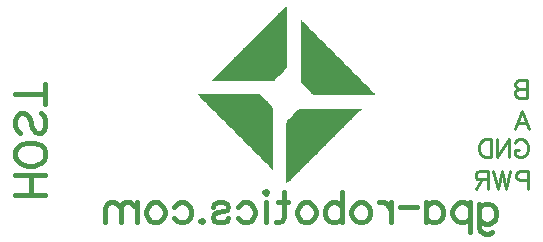
<source format=gbo>
G04 DipTrace 2.4.0.2*
%INBottomSilk.gbr*%
%MOIN*%
%ADD12C,0.003*%
%ADD33C,0.0154*%
%ADD81C,0.0093*%
%FSLAX44Y44*%
G04*
G70*
G90*
G75*
G01*
%LNBotSilk*%
%LPD*%
X13395Y13356D2*
D12*
D3*
X13355Y13326D2*
X13395D1*
X13320Y13296D2*
X13395D1*
X13287Y13266D2*
X13395D1*
X13256Y13236D2*
X13395D1*
X13226Y13206D2*
X13395D1*
X13196Y13176D2*
X13395D1*
X13166Y13146D2*
X13395D1*
X13136Y13117D2*
X13395D1*
X13105Y13087D2*
X13395D1*
X13073Y13057D2*
X13395D1*
X13043Y13027D2*
X13395D1*
X13015Y12997D2*
X13395D1*
X12986Y12967D2*
X13395D1*
X12956Y12937D2*
X13395D1*
X12927Y12907D2*
X13395D1*
X13874D2*
D3*
X12897Y12877D2*
X13395D1*
X13874D2*
D3*
X12866Y12847D2*
X13395D1*
X13874D2*
X13934D1*
X12837Y12817D2*
X13395D1*
X13874D2*
X13958D1*
X12807Y12787D2*
X13395D1*
X13874D2*
X13986D1*
X12777Y12757D2*
X13395D1*
X13874D2*
X14015D1*
X12747Y12728D2*
X13395D1*
X13874D2*
X14044D1*
X12717Y12698D2*
X13395D1*
X13874D2*
X14073D1*
X12687Y12668D2*
X13395D1*
X13874D2*
X14104D1*
X12658Y12638D2*
X13395D1*
X13874D2*
X14133D1*
X12627Y12608D2*
X13395D1*
X13874D2*
X14163D1*
X12597Y12578D2*
X13395D1*
X13874D2*
X14194D1*
X12568Y12548D2*
X13395D1*
X13874D2*
X14223D1*
X12538Y12518D2*
X13395D1*
X13874D2*
X14253D1*
X12507Y12488D2*
X13395D1*
X13874D2*
X14283D1*
X12478Y12458D2*
X13395D1*
X13874D2*
X14313D1*
X12448Y12428D2*
X13395D1*
X13874D2*
X14343D1*
X12417Y12398D2*
X13395D1*
X13874D2*
X14373D1*
X12388Y12369D2*
X13395D1*
X13874D2*
X14402D1*
X12357Y12339D2*
X13395D1*
X13874D2*
X14433D1*
X12325Y12309D2*
X13395D1*
X13874D2*
X14466D1*
X12295Y12279D2*
X13395D1*
X13874D2*
X14496D1*
X12267Y12249D2*
X13395D1*
X13874D2*
X14524D1*
X12238Y12219D2*
X13395D1*
X13874D2*
X14553D1*
X12208Y12189D2*
X13395D1*
X13874D2*
X14583D1*
X12179Y12159D2*
X13395D1*
X13874D2*
X14612D1*
X12149Y12129D2*
X13395D1*
X13874D2*
X14642D1*
X12118Y12099D2*
X13395D1*
X13874D2*
X14672D1*
X12089Y12069D2*
X13395D1*
X13874D2*
X14702D1*
X12059Y12039D2*
X13395D1*
X13874D2*
X14732D1*
X12028Y12009D2*
X13395D1*
X13874D2*
X14762D1*
X11999Y11980D2*
X13395D1*
X13874D2*
X14791D1*
X11969Y11950D2*
X13395D1*
X13874D2*
X14821D1*
X11939Y11920D2*
X13395D1*
X13874D2*
X14852D1*
X11909Y11890D2*
X13395D1*
X13874D2*
X14881D1*
X11879Y11860D2*
X13395D1*
X13874D2*
X14911D1*
X11849Y11830D2*
X13395D1*
X13874D2*
X14942D1*
X11820Y11800D2*
X13395D1*
X13874D2*
X14971D1*
X11790Y11770D2*
X13395D1*
X13874D2*
X15001D1*
X11759Y11740D2*
X13395D1*
X13874D2*
X15031D1*
X11730Y11710D2*
X13395D1*
X13874D2*
X15061D1*
X11700Y11680D2*
X13395D1*
X13874D2*
X15091D1*
X11669Y11650D2*
X13395D1*
X13874D2*
X15121D1*
X11640Y11620D2*
X13395D1*
X13874D2*
X15150D1*
X11609Y11591D2*
X13395D1*
X13874D2*
X15181D1*
X11577Y11561D2*
X13395D1*
X13874D2*
X15214D1*
X11547Y11531D2*
X13395D1*
X13874D2*
X15244D1*
X11519Y11501D2*
X13395D1*
X13874D2*
X15272D1*
X11490Y11471D2*
X13395D1*
X13874D2*
X15301D1*
X11460Y11441D2*
X13395D1*
X13874D2*
X15331D1*
X11431Y11411D2*
X13395D1*
X13874D2*
X15360D1*
X11401Y11381D2*
X13393D1*
X13874D2*
X15390D1*
X11370Y11351D2*
X13388D1*
X13874D2*
X15420D1*
X11341Y11321D2*
X13370D1*
X13874D2*
X15450D1*
X11311Y11291D2*
X13350D1*
X13874D2*
X15480D1*
X11280Y11261D2*
X13327D1*
X13874D2*
X15510D1*
X11251Y11231D2*
X13301D1*
X13874D2*
X15539D1*
X11221Y11202D2*
X13274D1*
X13874D2*
X15569D1*
X11191Y11172D2*
X13245D1*
X13874D2*
X15600D1*
X11161Y11142D2*
X13215D1*
X13874D2*
X15629D1*
X11131Y11112D2*
X13186D1*
X13874D2*
X15659D1*
X11101Y11082D2*
X13156D1*
X13874D2*
X15690D1*
X11072Y11052D2*
X13125D1*
X13874D2*
X15719D1*
X11042Y11022D2*
X13092D1*
X13874D2*
X15749D1*
X11011Y10992D2*
X13059D1*
X13874D2*
X15779D1*
X10981Y10962D2*
X13029D1*
X13874D2*
X15809D1*
X10948Y10932D2*
X13002D1*
X13874D2*
X15839D1*
X10912Y10902D2*
X12976D1*
X13875D2*
X15869D1*
X13879Y10872D2*
X15899D1*
X13896Y10843D2*
X15929D1*
X13919Y10813D2*
X15962D1*
X13945Y10783D2*
X15992D1*
X13970Y10753D2*
X16020D1*
X13997Y10723D2*
X16049D1*
X14025Y10693D2*
X16079D1*
X14054Y10663D2*
X16108D1*
X14084Y10633D2*
X16138D1*
X14113Y10603D2*
X16168D1*
X14143Y10573D2*
X16198D1*
X14173Y10543D2*
X16228D1*
X14203Y10513D2*
X16257D1*
X14233Y10483D2*
X16282D1*
X14263Y10454D2*
X16305D1*
X10463Y10424D2*
X12498D1*
X14293D2*
X16328D1*
X10484Y10394D2*
X12528D1*
X10508Y10364D2*
X12557D1*
X10535Y10334D2*
X12587D1*
X10564Y10304D2*
X12617D1*
X10593Y10274D2*
X12647D1*
X10623Y10244D2*
X12677D1*
X10653Y10214D2*
X12707D1*
X10682Y10184D2*
X12737D1*
X10713Y10154D2*
X12766D1*
X10741Y10124D2*
X12793D1*
X10769Y10094D2*
X12819D1*
X10799Y10065D2*
X12848D1*
X10831Y10035D2*
X12875D1*
X10861Y10005D2*
X12895D1*
X10891Y9975D2*
X12907D1*
X10922Y9945D2*
X12913D1*
X13814D2*
X15879D1*
X10952Y9915D2*
X12915D1*
X13790D2*
X15844D1*
X10981Y9885D2*
X12916D1*
X13761D2*
X15812D1*
X11012Y9855D2*
X12916D1*
X13729D2*
X15780D1*
X11042Y9825D2*
X12916D1*
X13697D2*
X15749D1*
X11071Y9795D2*
X12917D1*
X13666D2*
X15720D1*
X11102Y9765D2*
X12917D1*
X13635D2*
X15689D1*
X11131Y9735D2*
X12917D1*
X13605D2*
X15659D1*
X11161Y9706D2*
X12917D1*
X13575D2*
X15630D1*
X11191Y9676D2*
X12917D1*
X13545D2*
X15599D1*
X11221Y9646D2*
X12917D1*
X13515D2*
X15569D1*
X11251Y9616D2*
X12917D1*
X13485D2*
X15540D1*
X11281Y9586D2*
X12917D1*
X13456D2*
X15509D1*
X11311Y9556D2*
X12917D1*
X13431D2*
X15480D1*
X11340Y9526D2*
X12917D1*
X13414D2*
X15450D1*
X11371Y9496D2*
X12917D1*
X13404D2*
X15420D1*
X11401Y9466D2*
X12917D1*
X13399D2*
X15390D1*
X11430Y9436D2*
X12917D1*
X13397D2*
X15360D1*
X11461Y9406D2*
X12917D1*
X13396D2*
X15330D1*
X11489Y9376D2*
X12917D1*
X13395D2*
X15301D1*
X11517Y9346D2*
X12917D1*
X13395D2*
X15273D1*
X11547Y9317D2*
X12917D1*
X13395D2*
X15244D1*
X11579Y9287D2*
X12917D1*
X13395D2*
X15212D1*
X11609Y9257D2*
X12917D1*
X13395D2*
X15181D1*
X11639Y9227D2*
X12917D1*
X13395D2*
X15151D1*
X11670Y9197D2*
X12917D1*
X13395D2*
X15121D1*
X11700Y9167D2*
X12917D1*
X13395D2*
X15091D1*
X11729Y9137D2*
X12917D1*
X13395D2*
X15061D1*
X11760Y9107D2*
X12917D1*
X13395D2*
X15031D1*
X11790Y9077D2*
X12917D1*
X13395D2*
X15001D1*
X11819Y9047D2*
X12917D1*
X13395D2*
X14972D1*
X11850Y9017D2*
X12917D1*
X13395D2*
X14941D1*
X11879Y8987D2*
X12917D1*
X13395D2*
X14911D1*
X11909Y8957D2*
X12917D1*
X13395D2*
X14882D1*
X11939Y8928D2*
X12917D1*
X13395D2*
X14851D1*
X11969Y8898D2*
X12917D1*
X13395D2*
X14821D1*
X11999Y8868D2*
X12917D1*
X13395D2*
X14792D1*
X12029Y8838D2*
X12917D1*
X13395D2*
X14761D1*
X12059Y8808D2*
X12917D1*
X13395D2*
X14732D1*
X12088Y8778D2*
X12917D1*
X13395D2*
X14702D1*
X12119Y8748D2*
X12917D1*
X13395D2*
X14672D1*
X12149Y8718D2*
X12917D1*
X13395D2*
X14642D1*
X12178Y8688D2*
X12917D1*
X13395D2*
X14612D1*
X12209Y8658D2*
X12917D1*
X13395D2*
X14582D1*
X12237Y8628D2*
X12917D1*
X13395D2*
X14553D1*
X12265Y8598D2*
X12917D1*
X13395D2*
X14525D1*
X12295Y8569D2*
X12917D1*
X13395D2*
X14496D1*
X12327Y8539D2*
X12917D1*
X13395D2*
X14464D1*
X12357Y8509D2*
X12917D1*
X13395D2*
X14433D1*
X12387Y8479D2*
X12917D1*
X13395D2*
X14403D1*
X12418Y8449D2*
X12917D1*
X13395D2*
X14373D1*
X12448Y8419D2*
X12917D1*
X13395D2*
X14343D1*
X12477Y8389D2*
X12917D1*
X13395D2*
X14313D1*
X12508Y8359D2*
X12917D1*
X13395D2*
X14283D1*
X12538Y8329D2*
X12917D1*
X13395D2*
X14253D1*
X12567Y8299D2*
X12917D1*
X13395D2*
X14223D1*
X12598Y8269D2*
X12917D1*
X13395D2*
X14193D1*
X12627Y8239D2*
X12917D1*
X13395D2*
X14163D1*
X12657Y8209D2*
X12917D1*
X13395D2*
X14134D1*
X12687Y8180D2*
X12917D1*
X13395D2*
X14103D1*
X12717Y8150D2*
X12917D1*
X13395D2*
X14073D1*
X12747Y8120D2*
X12917D1*
X13395D2*
X14044D1*
X12777Y8090D2*
X12917D1*
X13395D2*
X14013D1*
X12807Y8060D2*
X12917D1*
X13395D2*
X13984D1*
X12836Y8030D2*
X12917D1*
X13395D2*
X13954D1*
X12866Y8000D2*
X12917D1*
X13395D2*
X13924D1*
X12893Y7970D2*
X12917D1*
X13395D2*
X13894D1*
X12917Y7940D2*
D3*
X13395D2*
X13864D1*
X13395Y7910D2*
X13834D1*
X13395Y7880D2*
X13805D1*
X13395Y7850D2*
X13777D1*
X13395Y7820D2*
X13748D1*
X13395Y7791D2*
X13716D1*
X13395Y7761D2*
X13685D1*
X13395Y7731D2*
X13655D1*
X13395Y7701D2*
X13625D1*
X13395Y7671D2*
X13595D1*
X13395Y7641D2*
X13565D1*
X13395Y7611D2*
X13535D1*
X13395Y7581D2*
X13505D1*
X13395Y7551D2*
X13473D1*
X13395Y7521D2*
X13436D1*
X13395Y7491D2*
D3*
Y13356D2*
X13355Y13326D1*
X13320Y13296D1*
X13287Y13266D1*
X13256Y13236D1*
X13226Y13206D1*
X13196Y13176D1*
X13166Y13146D1*
X13136Y13117D1*
X13105Y13087D1*
X13073Y13057D1*
X13043Y13027D1*
X13015Y12997D1*
X12986Y12967D1*
X12956Y12937D1*
X12927Y12907D1*
X12897Y12877D1*
X12866Y12847D1*
X12837Y12817D1*
X12807Y12787D1*
X12777Y12757D1*
X12747Y12728D1*
X12717Y12698D1*
X12687Y12668D1*
X12658Y12638D1*
X12627Y12608D1*
X12597Y12578D1*
X12568Y12548D1*
X12538Y12518D1*
X12507Y12488D1*
X12478Y12458D1*
X12448Y12428D1*
X12417Y12398D1*
X12388Y12369D1*
X12357Y12339D1*
X12325Y12309D1*
X12295Y12279D1*
X12267Y12249D1*
X12238Y12219D1*
X12208Y12189D1*
X12179Y12159D1*
X12149Y12129D1*
X12118Y12099D1*
X12089Y12069D1*
X12059Y12039D1*
X12028Y12009D1*
X11999Y11980D1*
X11969Y11950D1*
X11939Y11920D1*
X11909Y11890D1*
X11879Y11860D1*
X11849Y11830D1*
X11820Y11800D1*
X11790Y11770D1*
X11759Y11740D1*
X11730Y11710D1*
X11700Y11680D1*
X11669Y11650D1*
X11640Y11620D1*
X11609Y11591D1*
X11577Y11561D1*
X11547Y11531D1*
X11519Y11501D1*
X11490Y11471D1*
X11460Y11441D1*
X11431Y11411D1*
X11401Y11381D1*
X11370Y11351D1*
X11341Y11321D1*
X11311Y11291D1*
X11280Y11261D1*
X11251Y11231D1*
X11221Y11202D1*
X11191Y11172D1*
X11161Y11142D1*
X11131Y11112D1*
X11101Y11082D1*
X11072Y11052D1*
X11042Y11022D1*
X11011Y10992D1*
X10981Y10962D1*
X10948Y10932D1*
X10912Y10902D1*
X13395Y13326D2*
Y13296D1*
Y13266D1*
Y13236D1*
Y13206D1*
Y13176D1*
Y13146D1*
Y13117D1*
Y13087D1*
Y13057D1*
Y13027D1*
Y12997D1*
Y12967D1*
Y12937D1*
Y12907D1*
Y12877D1*
Y12847D1*
Y12817D1*
Y12787D1*
Y12757D1*
Y12728D1*
Y12698D1*
Y12668D1*
Y12638D1*
Y12608D1*
Y12578D1*
Y12548D1*
Y12518D1*
Y12488D1*
Y12458D1*
Y12428D1*
Y12398D1*
Y12369D1*
Y12339D1*
Y12309D1*
Y12279D1*
Y12249D1*
Y12219D1*
Y12189D1*
Y12159D1*
Y12129D1*
Y12099D1*
Y12069D1*
Y12039D1*
Y12009D1*
Y11980D1*
Y11950D1*
Y11920D1*
Y11890D1*
Y11860D1*
Y11830D1*
Y11800D1*
Y11770D1*
Y11740D1*
Y11710D1*
Y11680D1*
Y11650D1*
Y11620D1*
Y11591D1*
Y11561D1*
Y11531D1*
Y11501D1*
Y11471D1*
Y11441D1*
Y11411D1*
X13393Y11381D1*
X13388Y11351D1*
X13370Y11321D1*
X13350Y11291D1*
X13327Y11261D1*
X13301Y11231D1*
X13274Y11202D1*
X13245Y11172D1*
X13215Y11142D1*
X13186Y11112D1*
X13156Y11082D1*
X13125Y11052D1*
X13092Y11022D1*
X13059Y10992D1*
X13029Y10962D1*
X13002Y10932D1*
X12976Y10902D1*
X13874Y12907D2*
Y12877D1*
Y12847D1*
Y12817D1*
Y12787D1*
Y12757D1*
Y12728D1*
Y12698D1*
Y12668D1*
Y12638D1*
Y12608D1*
Y12578D1*
Y12548D1*
Y12518D1*
Y12488D1*
Y12458D1*
Y12428D1*
Y12398D1*
Y12369D1*
Y12339D1*
Y12309D1*
Y12279D1*
Y12249D1*
Y12219D1*
Y12189D1*
Y12159D1*
Y12129D1*
Y12099D1*
Y12069D1*
Y12039D1*
Y12009D1*
Y11980D1*
Y11950D1*
Y11920D1*
Y11890D1*
Y11860D1*
Y11830D1*
Y11800D1*
Y11770D1*
Y11740D1*
Y11710D1*
Y11680D1*
Y11650D1*
Y11620D1*
Y11591D1*
Y11561D1*
Y11531D1*
Y11501D1*
Y11471D1*
Y11441D1*
Y11411D1*
Y11381D1*
Y11351D1*
Y11321D1*
Y11291D1*
Y11261D1*
Y11231D1*
Y11202D1*
Y11172D1*
Y11142D1*
Y11112D1*
Y11082D1*
Y11052D1*
Y11022D1*
Y10992D1*
Y10962D1*
Y10932D1*
X13875Y10902D1*
X13879Y10872D1*
X13896Y10843D1*
X13919Y10813D1*
X13945Y10783D1*
X13970Y10753D1*
X13997Y10723D1*
X14025Y10693D1*
X14054Y10663D1*
X14084Y10633D1*
X14113Y10603D1*
X14143Y10573D1*
X14173Y10543D1*
X14203Y10513D1*
X14233Y10483D1*
X14263Y10454D1*
X14293Y10424D1*
X13934Y12847D2*
X13958Y12817D1*
X13986Y12787D1*
X14015Y12757D1*
X14044Y12728D1*
X14073Y12698D1*
X14104Y12668D1*
X14133Y12638D1*
X14163Y12608D1*
X14194Y12578D1*
X14223Y12548D1*
X14253Y12518D1*
X14283Y12488D1*
X14313Y12458D1*
X14343Y12428D1*
X14373Y12398D1*
X14402Y12369D1*
X14433Y12339D1*
X14466Y12309D1*
X14496Y12279D1*
X14524Y12249D1*
X14553Y12219D1*
X14583Y12189D1*
X14612Y12159D1*
X14642Y12129D1*
X14672Y12099D1*
X14702Y12069D1*
X14732Y12039D1*
X14762Y12009D1*
X14791Y11980D1*
X14821Y11950D1*
X14852Y11920D1*
X14881Y11890D1*
X14911Y11860D1*
X14942Y11830D1*
X14971Y11800D1*
X15001Y11770D1*
X15031Y11740D1*
X15061Y11710D1*
X15091Y11680D1*
X15121Y11650D1*
X15150Y11620D1*
X15181Y11591D1*
X15214Y11561D1*
X15244Y11531D1*
X15272Y11501D1*
X15301Y11471D1*
X15331Y11441D1*
X15360Y11411D1*
X15390Y11381D1*
X15420Y11351D1*
X15450Y11321D1*
X15480Y11291D1*
X15510Y11261D1*
X15539Y11231D1*
X15569Y11202D1*
X15600Y11172D1*
X15629Y11142D1*
X15659Y11112D1*
X15690Y11082D1*
X15719Y11052D1*
X15749Y11022D1*
X15779Y10992D1*
X15809Y10962D1*
X15839Y10932D1*
X15869Y10902D1*
X15899Y10872D1*
X15929Y10843D1*
X15962Y10813D1*
X15992Y10783D1*
X16020Y10753D1*
X16049Y10723D1*
X16079Y10693D1*
X16108Y10663D1*
X16138Y10633D1*
X16168Y10603D1*
X16198Y10573D1*
X16228Y10543D1*
X16257Y10513D1*
X16282Y10483D1*
X16305Y10454D1*
X16328Y10424D1*
X10463D2*
X10484Y10394D1*
X10508Y10364D1*
X10535Y10334D1*
X10564Y10304D1*
X10593Y10274D1*
X10623Y10244D1*
X10653Y10214D1*
X10682Y10184D1*
X10713Y10154D1*
X10741Y10124D1*
X10769Y10094D1*
X10799Y10065D1*
X10831Y10035D1*
X10861Y10005D1*
X10891Y9975D1*
X10922Y9945D1*
X10952Y9915D1*
X10981Y9885D1*
X11012Y9855D1*
X11042Y9825D1*
X11071Y9795D1*
X11102Y9765D1*
X11131Y9735D1*
X11161Y9706D1*
X11191Y9676D1*
X11221Y9646D1*
X11251Y9616D1*
X11281Y9586D1*
X11311Y9556D1*
X11340Y9526D1*
X11371Y9496D1*
X11401Y9466D1*
X11430Y9436D1*
X11461Y9406D1*
X11489Y9376D1*
X11517Y9346D1*
X11547Y9317D1*
X11579Y9287D1*
X11609Y9257D1*
X11639Y9227D1*
X11670Y9197D1*
X11700Y9167D1*
X11729Y9137D1*
X11760Y9107D1*
X11790Y9077D1*
X11819Y9047D1*
X11850Y9017D1*
X11879Y8987D1*
X11909Y8957D1*
X11939Y8928D1*
X11969Y8898D1*
X11999Y8868D1*
X12029Y8838D1*
X12059Y8808D1*
X12088Y8778D1*
X12119Y8748D1*
X12149Y8718D1*
X12178Y8688D1*
X12209Y8658D1*
X12237Y8628D1*
X12265Y8598D1*
X12295Y8569D1*
X12327Y8539D1*
X12357Y8509D1*
X12387Y8479D1*
X12418Y8449D1*
X12448Y8419D1*
X12477Y8389D1*
X12508Y8359D1*
X12538Y8329D1*
X12567Y8299D1*
X12598Y8269D1*
X12627Y8239D1*
X12657Y8209D1*
X12687Y8180D1*
X12717Y8150D1*
X12747Y8120D1*
X12777Y8090D1*
X12807Y8060D1*
X12836Y8030D1*
X12866Y8000D1*
X12893Y7970D1*
X12917Y7940D1*
X12498Y10424D2*
X12528Y10394D1*
X12557Y10364D1*
X12587Y10334D1*
X12617Y10304D1*
X12647Y10274D1*
X12677Y10244D1*
X12707Y10214D1*
X12737Y10184D1*
X12766Y10154D1*
X12793Y10124D1*
X12819Y10094D1*
X12848Y10065D1*
X12875Y10035D1*
X12895Y10005D1*
X12907Y9975D1*
X12913Y9945D1*
X12915Y9915D1*
X12916Y9885D1*
Y9855D1*
Y9825D1*
X12917Y9795D1*
Y9765D1*
Y9735D1*
Y9706D1*
Y9676D1*
Y9646D1*
Y9616D1*
Y9586D1*
Y9556D1*
Y9526D1*
Y9496D1*
Y9466D1*
Y9436D1*
Y9406D1*
Y9376D1*
Y9346D1*
Y9317D1*
Y9287D1*
Y9257D1*
Y9227D1*
Y9197D1*
Y9167D1*
Y9137D1*
Y9107D1*
Y9077D1*
Y9047D1*
Y9017D1*
Y8987D1*
Y8957D1*
Y8928D1*
Y8898D1*
Y8868D1*
Y8838D1*
Y8808D1*
Y8778D1*
Y8748D1*
Y8718D1*
Y8688D1*
Y8658D1*
Y8628D1*
Y8598D1*
Y8569D1*
Y8539D1*
Y8509D1*
Y8479D1*
Y8449D1*
Y8419D1*
Y8389D1*
Y8359D1*
Y8329D1*
Y8299D1*
Y8269D1*
Y8239D1*
Y8209D1*
Y8180D1*
Y8150D1*
Y8120D1*
Y8090D1*
Y8060D1*
Y8030D1*
Y8000D1*
Y7970D1*
Y7940D1*
X13814Y9945D2*
X13790Y9915D1*
X13761Y9885D1*
X13729Y9855D1*
X13697Y9825D1*
X13666Y9795D1*
X13635Y9765D1*
X13605Y9735D1*
X13575Y9706D1*
X13545Y9676D1*
X13515Y9646D1*
X13485Y9616D1*
X13456Y9586D1*
X13431Y9556D1*
X13414Y9526D1*
X13404Y9496D1*
X13399Y9466D1*
X13397Y9436D1*
X13396Y9406D1*
X13395Y9376D1*
Y9346D1*
Y9317D1*
Y9287D1*
Y9257D1*
Y9227D1*
Y9197D1*
Y9167D1*
Y9137D1*
Y9107D1*
Y9077D1*
Y9047D1*
Y9017D1*
Y8987D1*
Y8957D1*
Y8928D1*
Y8898D1*
Y8868D1*
Y8838D1*
Y8808D1*
Y8778D1*
Y8748D1*
Y8718D1*
Y8688D1*
Y8658D1*
Y8628D1*
Y8598D1*
Y8569D1*
Y8539D1*
Y8509D1*
Y8479D1*
Y8449D1*
Y8419D1*
Y8389D1*
Y8359D1*
Y8329D1*
Y8299D1*
Y8269D1*
Y8239D1*
Y8209D1*
Y8180D1*
Y8150D1*
Y8120D1*
Y8090D1*
Y8060D1*
Y8030D1*
Y8000D1*
Y7970D1*
Y7940D1*
Y7910D1*
Y7880D1*
Y7850D1*
Y7820D1*
Y7791D1*
Y7761D1*
Y7731D1*
Y7701D1*
Y7671D1*
Y7641D1*
Y7611D1*
Y7581D1*
Y7551D1*
Y7521D1*
Y7491D1*
X15879Y9945D2*
X15844Y9915D1*
X15812Y9885D1*
X15780Y9855D1*
X15749Y9825D1*
X15720Y9795D1*
X15689Y9765D1*
X15659Y9735D1*
X15630Y9706D1*
X15599Y9676D1*
X15569Y9646D1*
X15540Y9616D1*
X15509Y9586D1*
X15480Y9556D1*
X15450Y9526D1*
X15420Y9496D1*
X15390Y9466D1*
X15360Y9436D1*
X15330Y9406D1*
X15301Y9376D1*
X15273Y9346D1*
X15244Y9317D1*
X15212Y9287D1*
X15181Y9257D1*
X15151Y9227D1*
X15121Y9197D1*
X15091Y9167D1*
X15061Y9137D1*
X15031Y9107D1*
X15001Y9077D1*
X14972Y9047D1*
X14941Y9017D1*
X14911Y8987D1*
X14882Y8957D1*
X14851Y8928D1*
X14821Y8898D1*
X14792Y8868D1*
X14761Y8838D1*
X14732Y8808D1*
X14702Y8778D1*
X14672Y8748D1*
X14642Y8718D1*
X14612Y8688D1*
X14582Y8658D1*
X14553Y8628D1*
X14525Y8598D1*
X14496Y8569D1*
X14464Y8539D1*
X14433Y8509D1*
X14403Y8479D1*
X14373Y8449D1*
X14343Y8419D1*
X14313Y8389D1*
X14283Y8359D1*
X14253Y8329D1*
X14223Y8299D1*
X14193Y8269D1*
X14163Y8239D1*
X14134Y8209D1*
X14103Y8180D1*
X14073Y8150D1*
X14044Y8120D1*
X14013Y8090D1*
X13984Y8060D1*
X13954Y8030D1*
X13924Y8000D1*
X13894Y7970D1*
X13864Y7940D1*
X13834Y7910D1*
X13805Y7880D1*
X13777Y7850D1*
X13748Y7820D1*
X13716Y7791D1*
X13685Y7761D1*
X13655Y7731D1*
X13625Y7701D1*
X13595Y7671D1*
X13565Y7641D1*
X13535Y7611D1*
X13505Y7581D1*
X13473Y7551D1*
X13436Y7521D1*
X13395Y7491D1*
X19820Y6774D2*
D33*
Y6008D1*
X19868Y5865D1*
X19915Y5817D1*
X20011Y5769D1*
X20155D1*
X20250Y5817D1*
X19820Y6630D2*
X19915Y6725D1*
X20011Y6774D1*
X20155D1*
X20250Y6725D1*
X20346Y6630D1*
X20394Y6486D1*
Y6390D1*
X20346Y6248D1*
X20250Y6152D1*
X20155Y6104D1*
X20011D1*
X19915Y6152D1*
X19820Y6248D1*
X19511Y6821D2*
Y5817D1*
Y6678D2*
X19415Y6773D1*
X19320Y6821D1*
X19176D1*
X19080Y6773D1*
X18985Y6678D1*
X18936Y6534D1*
Y6438D1*
X18985Y6295D1*
X19080Y6199D1*
X19176Y6152D1*
X19320D1*
X19415Y6199D1*
X19511Y6295D1*
X18054Y6821D2*
Y6152D1*
Y6678D2*
X18149Y6774D1*
X18245Y6821D1*
X18388D1*
X18484Y6774D1*
X18579Y6678D1*
X18628Y6534D1*
Y6439D1*
X18579Y6295D1*
X18484Y6200D1*
X18388Y6152D1*
X18245D1*
X18149Y6200D1*
X18054Y6295D1*
X17745Y6653D2*
X17192D1*
X16884Y6821D2*
Y6152D1*
Y6534D2*
X16835Y6678D1*
X16740Y6774D1*
X16644Y6821D1*
X16500D1*
X15953D2*
X16048Y6774D1*
X16144Y6678D1*
X16191Y6534D1*
Y6439D1*
X16144Y6295D1*
X16048Y6200D1*
X15953Y6152D1*
X15809D1*
X15713Y6200D1*
X15618Y6295D1*
X15569Y6439D1*
Y6534D1*
X15618Y6678D1*
X15713Y6774D1*
X15809Y6821D1*
X15953D1*
X15260Y7156D2*
Y6152D1*
Y6678D2*
X15164Y6774D1*
X15069Y6821D1*
X14925D1*
X14830Y6774D1*
X14734Y6678D1*
X14687Y6534D1*
Y6439D1*
X14734Y6295D1*
X14830Y6200D1*
X14925Y6152D1*
X15069D1*
X15164Y6200D1*
X15260Y6295D1*
X14139Y6821D2*
X14234Y6774D1*
X14330Y6678D1*
X14378Y6534D1*
Y6439D1*
X14330Y6295D1*
X14234Y6200D1*
X14139Y6152D1*
X13995D1*
X13899Y6200D1*
X13804Y6295D1*
X13755Y6439D1*
Y6534D1*
X13804Y6678D1*
X13899Y6774D1*
X13995Y6821D1*
X14139D1*
X13303Y7156D2*
Y6343D1*
X13255Y6200D1*
X13159Y6152D1*
X13064D1*
X13447Y6821D2*
X13112D1*
X12755Y7156D2*
X12708Y7109D1*
X12659Y7156D1*
X12708Y7205D1*
X12755Y7156D1*
X12708Y6821D2*
Y6152D1*
X11776Y6678D2*
X11872Y6774D1*
X11968Y6821D1*
X12111D1*
X12207Y6774D1*
X12302Y6678D1*
X12350Y6534D1*
Y6439D1*
X12302Y6295D1*
X12207Y6200D1*
X12111Y6152D1*
X11968D1*
X11872Y6200D1*
X11776Y6295D1*
X10941Y6678D2*
X10988Y6774D1*
X11132Y6821D1*
X11276D1*
X11419Y6774D1*
X11467Y6678D1*
X11419Y6583D1*
X11323Y6534D1*
X11084Y6486D1*
X10988Y6439D1*
X10941Y6343D1*
Y6295D1*
X10988Y6200D1*
X11132Y6152D1*
X11276D1*
X11419Y6200D1*
X11467Y6295D1*
X10584Y6248D2*
X10632Y6199D1*
X10584Y6152D1*
X10536Y6199D1*
X10584Y6248D1*
X9652Y6678D2*
X9748Y6774D1*
X9844Y6821D1*
X9987D1*
X10083Y6774D1*
X10178Y6678D1*
X10227Y6534D1*
Y6439D1*
X10178Y6295D1*
X10083Y6200D1*
X9987Y6152D1*
X9844D1*
X9748Y6200D1*
X9652Y6295D1*
X9105Y6821D2*
X9200Y6774D1*
X9296Y6678D1*
X9343Y6534D1*
Y6439D1*
X9296Y6295D1*
X9200Y6200D1*
X9105Y6152D1*
X8961D1*
X8865Y6200D1*
X8770Y6295D1*
X8721Y6439D1*
Y6534D1*
X8770Y6678D1*
X8865Y6774D1*
X8961Y6821D1*
X9105D1*
X8412D2*
Y6152D1*
Y6630D2*
X8269Y6774D1*
X8172Y6821D1*
X8030D1*
X7934Y6774D1*
X7886Y6630D1*
Y6152D1*
Y6630D2*
X7742Y6774D1*
X7646Y6821D1*
X7504D1*
X7407Y6774D1*
X7359Y6630D1*
Y6152D1*
X21456Y7557D2*
D81*
X21197D1*
X21112Y7586D1*
X21083Y7615D1*
X21054Y7672D1*
Y7758D1*
X21083Y7815D1*
X21112Y7844D1*
X21197Y7873D1*
X21456D1*
Y7270D1*
X20869Y7873D2*
X20725Y7270D1*
X20582Y7873D1*
X20438Y7270D1*
X20295Y7873D1*
X20109Y7586D2*
X19851D1*
X19765Y7615D1*
X19736Y7643D1*
X19707Y7700D1*
Y7758D1*
X19736Y7815D1*
X19765Y7844D1*
X19851Y7873D1*
X20109D1*
Y7270D1*
X19908Y7586D2*
X19707Y7270D1*
X21007Y8786D2*
X21035Y8843D1*
X21093Y8900D1*
X21150Y8929D1*
X21265D1*
X21322Y8900D1*
X21379Y8843D1*
X21409Y8786D1*
X21437Y8699D1*
Y8555D1*
X21409Y8470D1*
X21379Y8412D1*
X21322Y8355D1*
X21265Y8326D1*
X21150D1*
X21093Y8355D1*
X21035Y8412D1*
X21007Y8470D1*
Y8555D1*
X21150D1*
X20420Y8929D2*
Y8326D1*
X20821Y8929D1*
Y8326D1*
X20234Y8929D2*
Y8326D1*
X20033D1*
X19947Y8355D1*
X19889Y8412D1*
X19861Y8470D1*
X19832Y8555D1*
Y8699D1*
X19861Y8786D1*
X19889Y8843D1*
X19947Y8900D1*
X20033Y8929D1*
X20234D1*
X21013Y9257D2*
X21244Y9860D1*
X21473Y9257D1*
X21387Y9458D2*
X21100D1*
X21415Y10897D2*
Y10294D1*
X21157D1*
X21070Y10324D1*
X21042Y10352D1*
X21013Y10409D1*
Y10495D1*
X21042Y10553D1*
X21070Y10582D1*
X21157Y10610D1*
X21070Y10639D1*
X21042Y10668D1*
X21013Y10725D1*
Y10783D1*
X21042Y10840D1*
X21070Y10869D1*
X21157Y10897D1*
X21415D1*
Y10610D2*
X21157D1*
X5366Y7069D2*
D33*
X4361D1*
X5366Y7739D2*
X4361D1*
X4887Y7069D2*
Y7739D1*
X5366Y8335D2*
X5318Y8239D1*
X5222Y8144D1*
X5127Y8095D1*
X4983Y8048D1*
X4744D1*
X4601Y8095D1*
X4505Y8144D1*
X4410Y8239D1*
X4361Y8335D1*
Y8526D1*
X4410Y8621D1*
X4505Y8718D1*
X4601Y8765D1*
X4744Y8813D1*
X4983D1*
X5127Y8765D1*
X5222Y8718D1*
X5318Y8621D1*
X5366Y8526D1*
Y8335D1*
X5222Y9791D2*
X5318Y9696D1*
X5366Y9552D1*
Y9361D1*
X5318Y9218D1*
X5222Y9121D1*
X5127D1*
X5031Y9170D1*
X4983Y9218D1*
X4936Y9313D1*
X4840Y9600D1*
X4792Y9696D1*
X4744Y9744D1*
X4648Y9791D1*
X4505D1*
X4410Y9696D1*
X4361Y9552D1*
Y9361D1*
X4410Y9218D1*
X4505Y9121D1*
X5366Y10435D2*
X4361D1*
X5366Y10100D2*
Y10770D1*
M02*

</source>
